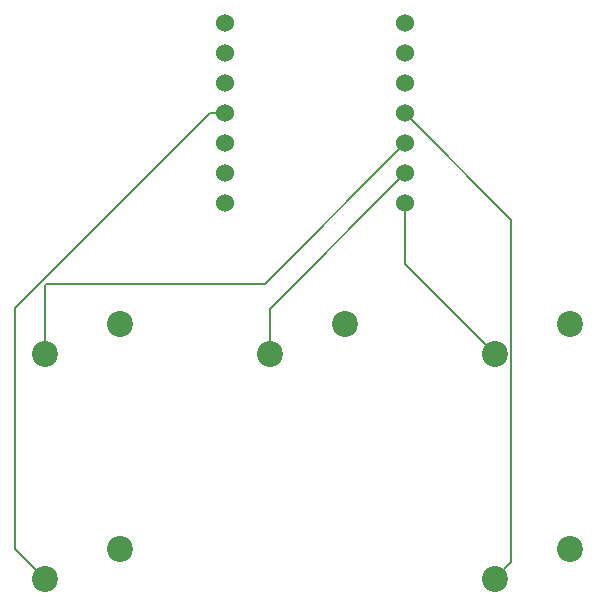
<source format=gbr>
%TF.GenerationSoftware,KiCad,Pcbnew,9.0.2*%
%TF.CreationDate,2025-07-03T17:25:18-07:00*%
%TF.ProjectId,new_proj,6e65775f-7072-46f6-9a2e-6b696361645f,rev?*%
%TF.SameCoordinates,Original*%
%TF.FileFunction,Copper,L2,Bot*%
%TF.FilePolarity,Positive*%
%FSLAX46Y46*%
G04 Gerber Fmt 4.6, Leading zero omitted, Abs format (unit mm)*
G04 Created by KiCad (PCBNEW 9.0.2) date 2025-07-03 17:25:18*
%MOMM*%
%LPD*%
G01*
G04 APERTURE LIST*
%TA.AperFunction,ComponentPad*%
%ADD10C,2.200000*%
%TD*%
%TA.AperFunction,ComponentPad*%
%ADD11C,1.524000*%
%TD*%
%TA.AperFunction,Conductor*%
%ADD12C,0.200000*%
%TD*%
G04 APERTURE END LIST*
D10*
%TO.P,SW1,1,1*%
%TO.N,GND*%
X96440000Y-58320000D03*
%TO.P,SW1,2,2*%
%TO.N,Net-(U1-GPIO1{slash}RX)*%
X90090000Y-60860000D03*
%TD*%
%TO.P,SW5,1,1*%
%TO.N,GND*%
X58340000Y-77370000D03*
%TO.P,SW5,2,2*%
%TO.N,Net-(U1-GPIO29{slash}ADC3{slash}A3)*%
X51990000Y-79910000D03*
%TD*%
%TO.P,SW4,1,1*%
%TO.N,GND*%
X96440000Y-77370000D03*
%TO.P,SW4,2,2*%
%TO.N,Net-(U1-GPIO3{slash}MOSI)*%
X90090000Y-79910000D03*
%TD*%
%TO.P,SW3,1,1*%
%TO.N,GND*%
X58340000Y-58320000D03*
%TO.P,SW3,2,2*%
%TO.N,Net-(U1-GPIO4{slash}MISO)*%
X51990000Y-60860000D03*
%TD*%
%TO.P,SW2,1,1*%
%TO.N,GND*%
X77390000Y-58320000D03*
%TO.P,SW2,2,2*%
%TO.N,Net-(U1-GPIO2{slash}SCK)*%
X71040000Y-60860000D03*
%TD*%
D11*
%TO.P,U1,1,GPIO26/ADC0/A0*%
%TO.N,unconnected-(U1-GPIO26{slash}ADC0{slash}A0-Pad1)*%
X67260000Y-32900000D03*
%TO.P,U1,2,GPIO27/ADC1/A1*%
%TO.N,unconnected-(U1-GPIO27{slash}ADC1{slash}A1-Pad2)*%
X67260000Y-35440000D03*
%TO.P,U1,3,GPIO28/ADC2/A2*%
%TO.N,unconnected-(U1-GPIO28{slash}ADC2{slash}A2-Pad3)*%
X67260000Y-37980000D03*
%TO.P,U1,4,GPIO29/ADC3/A3*%
%TO.N,Net-(U1-GPIO29{slash}ADC3{slash}A3)*%
X67260000Y-40520000D03*
%TO.P,U1,5,GPIO6/SDA*%
%TO.N,Net-(D2-DIN)*%
X67260000Y-43060000D03*
%TO.P,U1,6,GPIO7/SCL*%
%TO.N,unconnected-(U1-GPIO7{slash}SCL-Pad6)*%
X67260000Y-45600000D03*
%TO.P,U1,7,GPIO0/TX*%
%TO.N,unconnected-(U1-GPIO0{slash}TX-Pad7)*%
X67260000Y-48140000D03*
%TO.P,U1,8,GPIO1/RX*%
%TO.N,Net-(U1-GPIO1{slash}RX)*%
X82500000Y-48140000D03*
%TO.P,U1,9,GPIO2/SCK*%
%TO.N,Net-(U1-GPIO2{slash}SCK)*%
X82500000Y-45600000D03*
%TO.P,U1,10,GPIO4/MISO*%
%TO.N,Net-(U1-GPIO4{slash}MISO)*%
X82500000Y-43060000D03*
%TO.P,U1,11,GPIO3/MOSI*%
%TO.N,Net-(U1-GPIO3{slash}MOSI)*%
X82500000Y-40520000D03*
%TO.P,U1,12,3V3*%
%TO.N,unconnected-(U1-3V3-Pad12)*%
X82500000Y-37980000D03*
%TO.P,U1,13,GND*%
%TO.N,GND*%
X82500000Y-35440000D03*
%TO.P,U1,14,VBUS*%
%TO.N,+5V*%
X82500000Y-32900000D03*
%TD*%
D12*
%TO.N,Net-(U1-GPIO1{slash}RX)*%
X82500000Y-48140000D02*
X82500000Y-53270000D01*
X82500000Y-53270000D02*
X90090000Y-60860000D01*
%TO.N,Net-(U1-GPIO2{slash}SCK)*%
X82500000Y-45600000D02*
X71040000Y-57060000D01*
X71040000Y-57060000D02*
X71040000Y-60860000D01*
%TO.N,Net-(U1-GPIO4{slash}MISO)*%
X70610000Y-54950000D02*
X52150000Y-54950000D01*
X52150000Y-54950000D02*
X51990000Y-55110000D01*
X51990000Y-55110000D02*
X51990000Y-60860000D01*
X82500000Y-43060000D02*
X70610000Y-54950000D01*
%TO.N,Net-(U1-GPIO3{slash}MOSI)*%
X90090000Y-79910000D02*
X91491000Y-78509000D01*
X91491000Y-49511000D02*
X82500000Y-40520000D01*
X91491000Y-78509000D02*
X91491000Y-49511000D01*
%TO.N,Net-(U1-GPIO29{slash}ADC3{slash}A3)*%
X67260000Y-40520000D02*
X66012900Y-40520000D01*
X66012900Y-40520000D02*
X49519000Y-57013900D01*
X49519000Y-57013900D02*
X49519000Y-77439000D01*
X49519000Y-77439000D02*
X51990000Y-79910000D01*
%TD*%
M02*

</source>
